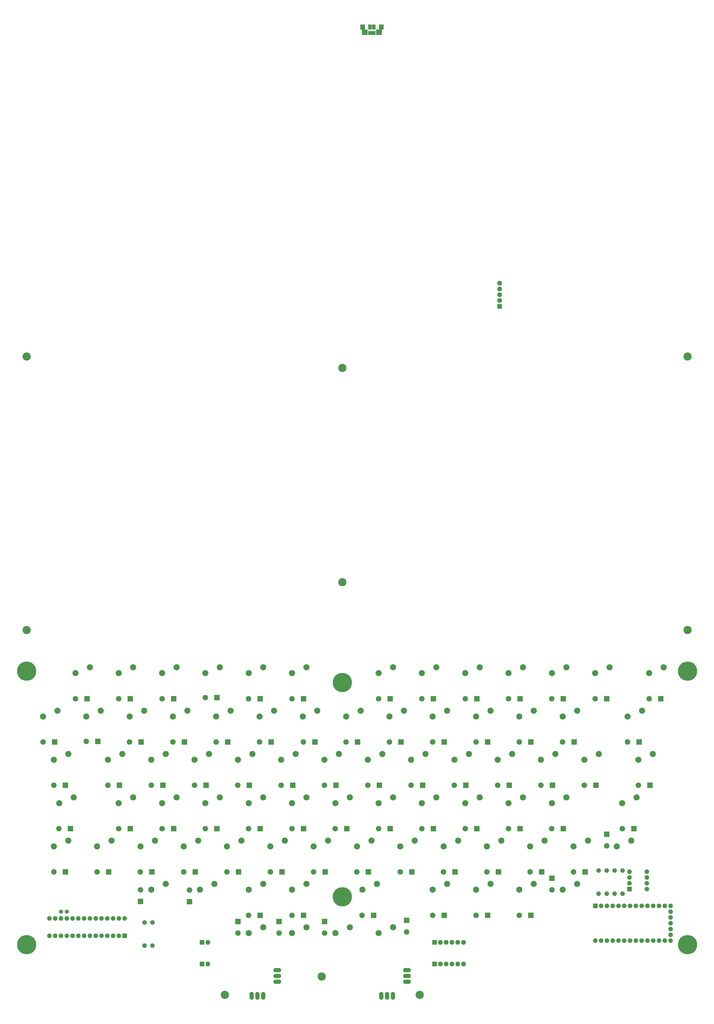
<source format=gts>
G04 #@! TF.GenerationSoftware,KiCad,Pcbnew,(5.0.0-3-g5ebb6b6)*
G04 #@! TF.CreationDate,2018-10-11T23:35:50+09:00*
G04 #@! TF.ProjectId,asceension,61736365656E73696F6E2E6B69636164,1*
G04 #@! TF.SameCoordinates,PXfde07cc8PYa7cf40c*
G04 #@! TF.FileFunction,Soldermask,Top*
G04 #@! TF.FilePolarity,Negative*
%FSLAX46Y46*%
G04 Gerber Fmt 4.6, Leading zero omitted, Abs format (unit mm)*
G04 Created by KiCad (PCBNEW (5.0.0-3-g5ebb6b6)) date Thursday, October 11, 2018 at 11:35:50 PM*
%MOMM*%
%LPD*%
G01*
G04 APERTURE LIST*
%ADD10R,2.000000X2.300000*%
%ADD11R,1.600000X2.300000*%
%ADD12R,2.500000X2.400000*%
%ADD13R,0.785000X1.750000*%
%ADD14O,3.400000X1.900000*%
%ADD15O,1.900000X3.400000*%
%ADD16C,8.400000*%
%ADD17C,3.600000*%
%ADD18R,2.000000X2.000000*%
%ADD19O,2.000000X2.000000*%
%ADD20C,2.686000*%
%ADD21C,2.000000*%
%ADD22C,1.800000*%
%ADD23R,2.100000X2.100000*%
%ADD24O,2.100000X2.100000*%
%ADD25R,2.400000X2.400000*%
%ADD26O,2.400000X2.400000*%
G04 APERTURE END LIST*
D10*
G04 #@! TO.C,J6*
X160900000Y438550000D03*
D11*
X164150000Y438550000D03*
X165850000Y438550000D03*
D10*
X169100000Y438550000D03*
D12*
X168100000Y436200000D03*
X161900000Y436200000D03*
D13*
X166300000Y435875000D03*
X165650000Y435875000D03*
X165000000Y435875000D03*
X164350000Y435875000D03*
X163700000Y435875000D03*
G04 #@! TD*
D14*
G04 #@! TO.C,JPAD2*
X180400000Y24840000D03*
X180400000Y22300000D03*
X180400000Y19760000D03*
D15*
X174240000Y13600000D03*
X171700000Y13600000D03*
X169160000Y13600000D03*
G04 #@! TD*
D16*
G04 #@! TO.C,MH*
X13500000Y36000000D03*
G04 #@! TD*
D17*
G04 #@! TO.C,MH*
X303500000Y294000000D03*
G04 #@! TD*
G04 #@! TO.C,MH*
X152000000Y195000000D03*
G04 #@! TD*
G04 #@! TO.C,MH*
X152000000Y289000000D03*
G04 #@! TD*
G04 #@! TO.C,MH*
X13500000Y174000000D03*
G04 #@! TD*
G04 #@! TO.C,MH*
X13500000Y294000000D03*
G04 #@! TD*
G04 #@! TO.C,MH*
X303500000Y174000000D03*
G04 #@! TD*
D16*
G04 #@! TO.C,MH*
X152000000Y57000000D03*
G04 #@! TD*
G04 #@! TO.C,MH*
X152000000Y151000000D03*
G04 #@! TD*
G04 #@! TO.C,MH*
X303500000Y156000000D03*
G04 #@! TD*
G04 #@! TO.C,MH*
X13500000Y156000000D03*
G04 #@! TD*
D17*
G04 #@! TO.C,H13*
X143000000Y22000000D03*
G04 #@! TD*
G04 #@! TO.C,H14*
X186000000Y14000000D03*
G04 #@! TD*
G04 #@! TO.C,H12*
X100500000Y14000000D03*
G04 #@! TD*
D18*
G04 #@! TO.C,U1*
X262999640Y53021100D03*
D19*
X296019640Y37781100D03*
X265539640Y53021100D03*
X293479640Y37781100D03*
X268079640Y53021100D03*
X290939640Y37781100D03*
X270619640Y53021100D03*
X288399640Y37781100D03*
X273159640Y53021100D03*
X285859640Y37781100D03*
X275699640Y53021100D03*
X283319640Y37781100D03*
X278239640Y53021100D03*
X280779640Y37781100D03*
X280779640Y53021100D03*
X278239640Y37781100D03*
X283319640Y53021100D03*
X275699640Y37781100D03*
X285859640Y53021100D03*
X273159640Y37781100D03*
X288399640Y53021100D03*
X270619640Y37781100D03*
X290939640Y53021100D03*
X268079640Y37781100D03*
X293479640Y53021100D03*
X265539640Y37781100D03*
X296019640Y53021100D03*
X262999640Y37781100D03*
X296019640Y50481100D03*
X296019640Y47941100D03*
X296019640Y45401100D03*
X296019640Y42861100D03*
X296019640Y40321100D03*
G04 #@! TD*
D20*
G04 #@! TO.C,SW55*
X167174640Y62631100D03*
X160824640Y60091100D03*
G04 #@! TD*
G04 #@! TO.C,SW34*
X95924640Y62631100D03*
X89574640Y60091100D03*
G04 #@! TD*
G04 #@! TO.C,SW93*
X283549640Y138631100D03*
X277199640Y136091100D03*
G04 #@! TD*
G04 #@! TO.C,SW94*
X288299640Y119631100D03*
X281949640Y117091100D03*
G04 #@! TD*
G04 #@! TO.C,SW4*
X34174640Y100631100D03*
X27824640Y98091100D03*
G04 #@! TD*
G04 #@! TO.C,SW3*
X31799640Y119631100D03*
X25449640Y117091100D03*
G04 #@! TD*
D18*
G04 #@! TO.C,U2*
X56509640Y39901100D03*
D19*
X23489640Y47521100D03*
X53969640Y39901100D03*
X26029640Y47521100D03*
X51429640Y39901100D03*
X28569640Y47521100D03*
X48889640Y39901100D03*
X31109640Y47521100D03*
X46349640Y39901100D03*
X33649640Y47521100D03*
X43809640Y39901100D03*
X36189640Y47521100D03*
X41269640Y39901100D03*
X38729640Y47521100D03*
X38729640Y39901100D03*
X41269640Y47521100D03*
X36189640Y39901100D03*
X43809640Y47521100D03*
X33649640Y39901100D03*
X46349640Y47521100D03*
X31109640Y39901100D03*
X48889640Y47521100D03*
X28569640Y39901100D03*
X51429640Y47521100D03*
X26029640Y39901100D03*
X53969640Y47521100D03*
X23489640Y39901100D03*
X56509640Y47521100D03*
G04 #@! TD*
D21*
G04 #@! TO.C,R6*
X68750000Y45750000D03*
D19*
X68750000Y35590000D03*
G04 #@! TD*
D21*
G04 #@! TO.C,R5*
X65250000Y45750000D03*
D19*
X65250000Y35590000D03*
G04 #@! TD*
D21*
G04 #@! TO.C,R4*
X271500000Y68500000D03*
D19*
X271500000Y58340000D03*
G04 #@! TD*
D21*
G04 #@! TO.C,R3*
X264500000Y68500000D03*
D19*
X264500000Y58340000D03*
G04 #@! TD*
D21*
G04 #@! TO.C,R2*
X275000000Y68500000D03*
D19*
X275000000Y58340000D03*
G04 #@! TD*
D21*
G04 #@! TO.C,R1*
X268000000Y68500000D03*
D19*
X268000000Y58340000D03*
G04 #@! TD*
D14*
G04 #@! TO.C,JPAD1*
X123500000Y24840000D03*
X123500000Y22300000D03*
X123500000Y19760000D03*
D15*
X117340000Y13600000D03*
X114800000Y13600000D03*
X112260000Y13600000D03*
G04 #@! TD*
D18*
G04 #@! TO.C,DSW1*
X278050000Y60400000D03*
D19*
X285670000Y68020000D03*
X278050000Y62940000D03*
X285670000Y65480000D03*
X278050000Y65480000D03*
X285670000Y62940000D03*
X278050000Y68020000D03*
X285670000Y60400000D03*
G04 #@! TD*
D20*
G04 #@! TO.C,SW88*
X281174640Y100631100D03*
X274824640Y98091100D03*
G04 #@! TD*
G04 #@! TO.C,SW82*
X240799640Y81631100D03*
X234449640Y79091100D03*
G04 #@! TD*
G04 #@! TO.C,SW2*
X27049640Y138631100D03*
X20699640Y136091100D03*
G04 #@! TD*
G04 #@! TO.C,SW5*
X31799640Y81631100D03*
X25449640Y79091100D03*
G04 #@! TD*
G04 #@! TO.C,SW8*
X41299640Y157631100D03*
X34949640Y155091100D03*
G04 #@! TD*
G04 #@! TO.C,SW9*
X46049640Y138631100D03*
X39699640Y136091100D03*
G04 #@! TD*
G04 #@! TO.C,SW10*
X55549640Y119631100D03*
X49199640Y117091100D03*
G04 #@! TD*
G04 #@! TO.C,SW11*
X60299640Y100631100D03*
X53949640Y98091100D03*
G04 #@! TD*
G04 #@! TO.C,SW12*
X50799640Y81631100D03*
X44449640Y79091100D03*
G04 #@! TD*
G04 #@! TO.C,SW15*
X60299640Y157631100D03*
X53949640Y155091100D03*
G04 #@! TD*
G04 #@! TO.C,SW16*
X65049640Y138631100D03*
X58699640Y136091100D03*
G04 #@! TD*
G04 #@! TO.C,SW17*
X74549640Y119631100D03*
X68199640Y117091100D03*
G04 #@! TD*
G04 #@! TO.C,SW18*
X79299640Y100631100D03*
X72949640Y98091100D03*
G04 #@! TD*
G04 #@! TO.C,SW19*
X69799640Y81631100D03*
X63449640Y79091100D03*
G04 #@! TD*
G04 #@! TO.C,SW22*
X79299640Y157631100D03*
X72949640Y155091100D03*
G04 #@! TD*
G04 #@! TO.C,SW23*
X84049640Y138631100D03*
X77699640Y136091100D03*
G04 #@! TD*
G04 #@! TO.C,SW24*
X93549640Y119631100D03*
X87199640Y117091100D03*
G04 #@! TD*
G04 #@! TO.C,SW25*
X98299640Y100631100D03*
X91949640Y98091100D03*
G04 #@! TD*
G04 #@! TO.C,SW26*
X88799640Y81631100D03*
X82449640Y79091100D03*
G04 #@! TD*
G04 #@! TO.C,SW27*
X74549640Y62631100D03*
X68199640Y60091100D03*
G04 #@! TD*
G04 #@! TO.C,SW29*
X98299640Y157631100D03*
X91949640Y155091100D03*
G04 #@! TD*
G04 #@! TO.C,SW30*
X103049640Y138631100D03*
X96699640Y136091100D03*
G04 #@! TD*
G04 #@! TO.C,SW31*
X112549640Y119631100D03*
X106199640Y117091100D03*
G04 #@! TD*
G04 #@! TO.C,SW32*
X117299640Y100631100D03*
X110949640Y98091100D03*
G04 #@! TD*
G04 #@! TO.C,SW33*
X107799640Y81631100D03*
X101449640Y79091100D03*
G04 #@! TD*
G04 #@! TO.C,SW36*
X117299640Y157631100D03*
X110949640Y155091100D03*
G04 #@! TD*
G04 #@! TO.C,SW37*
X122049640Y138631100D03*
X115699640Y136091100D03*
G04 #@! TD*
G04 #@! TO.C,SW38*
X131549640Y119631100D03*
X125199640Y117091100D03*
G04 #@! TD*
G04 #@! TO.C,SW39*
X136299640Y100631100D03*
X129949640Y98091100D03*
G04 #@! TD*
G04 #@! TO.C,SW40*
X126799640Y81631100D03*
X120449640Y79091100D03*
G04 #@! TD*
G04 #@! TO.C,SW41*
X117299640Y62631100D03*
X110949640Y60091100D03*
G04 #@! TD*
G04 #@! TO.C,SW42*
X117299640Y43631100D03*
X110949640Y41091100D03*
G04 #@! TD*
G04 #@! TO.C,SW43*
X136299640Y157631100D03*
X129949640Y155091100D03*
G04 #@! TD*
G04 #@! TO.C,SW44*
X141049640Y138631100D03*
X134699640Y136091100D03*
G04 #@! TD*
G04 #@! TO.C,SW45*
X150549640Y119631100D03*
X144199640Y117091100D03*
G04 #@! TD*
G04 #@! TO.C,SW46*
X155299640Y100631100D03*
X148949640Y98091100D03*
G04 #@! TD*
G04 #@! TO.C,SW47*
X145799640Y81631100D03*
X139449640Y79091100D03*
G04 #@! TD*
G04 #@! TO.C,SW48*
X136299640Y62631100D03*
X129949640Y60091100D03*
G04 #@! TD*
G04 #@! TO.C,SW49*
X136299640Y43631100D03*
X129949640Y41091100D03*
G04 #@! TD*
G04 #@! TO.C,SW50*
X174299640Y157631100D03*
X167949640Y155091100D03*
G04 #@! TD*
G04 #@! TO.C,SW51*
X160049640Y138631100D03*
X153699640Y136091100D03*
G04 #@! TD*
G04 #@! TO.C,SW52*
X169549640Y119631100D03*
X163199640Y117091100D03*
G04 #@! TD*
G04 #@! TO.C,SW53*
X174299640Y100631100D03*
X167949640Y98091100D03*
G04 #@! TD*
G04 #@! TO.C,SW54*
X164799640Y81631100D03*
X158449640Y79091100D03*
G04 #@! TD*
G04 #@! TO.C,SW56*
X155299640Y43631100D03*
X148949640Y41091100D03*
G04 #@! TD*
G04 #@! TO.C,SW57*
X193299640Y157631100D03*
X186949640Y155091100D03*
G04 #@! TD*
G04 #@! TO.C,SW58*
X179049640Y138631100D03*
X172699640Y136091100D03*
G04 #@! TD*
G04 #@! TO.C,SW59*
X188549640Y119631100D03*
X182199640Y117091100D03*
G04 #@! TD*
G04 #@! TO.C,SW60*
X193299640Y100631100D03*
X186949640Y98091100D03*
G04 #@! TD*
G04 #@! TO.C,SW61*
X183799640Y81631100D03*
X177449640Y79091100D03*
G04 #@! TD*
G04 #@! TO.C,SW62*
X198049640Y62631100D03*
X191699640Y60091100D03*
G04 #@! TD*
G04 #@! TO.C,SW63*
X174299640Y43631100D03*
X167949640Y41091100D03*
G04 #@! TD*
G04 #@! TO.C,SW64*
X212299640Y157631100D03*
X205949640Y155091100D03*
G04 #@! TD*
G04 #@! TO.C,SW65*
X198049640Y138631100D03*
X191699640Y136091100D03*
G04 #@! TD*
G04 #@! TO.C,SW66*
X207549640Y119631100D03*
X201199640Y117091100D03*
G04 #@! TD*
G04 #@! TO.C,SW67*
X212299640Y100631100D03*
X205949640Y98091100D03*
G04 #@! TD*
G04 #@! TO.C,SW68*
X202799640Y81631100D03*
X196449640Y79091100D03*
G04 #@! TD*
G04 #@! TO.C,SW69*
X217049640Y62631100D03*
X210699640Y60091100D03*
G04 #@! TD*
G04 #@! TO.C,SW71*
X231299640Y157631100D03*
X224949640Y155091100D03*
G04 #@! TD*
G04 #@! TO.C,SW72*
X217049640Y138631100D03*
X210699640Y136091100D03*
G04 #@! TD*
G04 #@! TO.C,SW73*
X226549640Y119631100D03*
X220199640Y117091100D03*
G04 #@! TD*
G04 #@! TO.C,SW74*
X231299640Y100631100D03*
X224949640Y98091100D03*
G04 #@! TD*
G04 #@! TO.C,SW75*
X221799640Y81631100D03*
X215449640Y79091100D03*
G04 #@! TD*
G04 #@! TO.C,SW76*
X236049640Y62631100D03*
X229699640Y60091100D03*
G04 #@! TD*
G04 #@! TO.C,SW78*
X250299640Y157631100D03*
X243949640Y155091100D03*
G04 #@! TD*
G04 #@! TO.C,SW79*
X236049640Y138631100D03*
X229699640Y136091100D03*
G04 #@! TD*
G04 #@! TO.C,SW80*
X245549640Y119631100D03*
X239199640Y117091100D03*
G04 #@! TD*
G04 #@! TO.C,SW81*
X250299640Y100631100D03*
X243949640Y98091100D03*
G04 #@! TD*
G04 #@! TO.C,SW83*
X255049640Y62631100D03*
X248699640Y60091100D03*
G04 #@! TD*
G04 #@! TO.C,SW85*
X269299640Y157631100D03*
X262949640Y155091100D03*
G04 #@! TD*
G04 #@! TO.C,SW86*
X255049640Y138631100D03*
X248699640Y136091100D03*
G04 #@! TD*
G04 #@! TO.C,SW87*
X264549640Y119631100D03*
X258199640Y117091100D03*
G04 #@! TD*
G04 #@! TO.C,SW89*
X259799640Y81631100D03*
X253449640Y79091100D03*
G04 #@! TD*
G04 #@! TO.C,SW92*
X293049640Y157631100D03*
X286699640Y155091100D03*
G04 #@! TD*
G04 #@! TO.C,SW96*
X278799640Y81631100D03*
X272449640Y79091100D03*
G04 #@! TD*
D22*
G04 #@! TO.C,C1*
X31100000Y50500000D03*
X28600000Y50500000D03*
G04 #@! TD*
D23*
G04 #@! TO.C,J1*
X192500000Y27500000D03*
D24*
X195040000Y27500000D03*
X197580000Y27500000D03*
X200120000Y27500000D03*
X202660000Y27500000D03*
X205200000Y27500000D03*
G04 #@! TD*
D23*
G04 #@! TO.C,J2*
X192500000Y37000000D03*
D24*
X195040000Y37000000D03*
X197580000Y37000000D03*
X200120000Y37000000D03*
X202660000Y37000000D03*
X205200000Y37000000D03*
G04 #@! TD*
D23*
G04 #@! TO.C,J3*
X90500000Y27500000D03*
D24*
X93040000Y27500000D03*
G04 #@! TD*
D23*
G04 #@! TO.C,J4*
X90500000Y37000000D03*
D24*
X93040000Y37000000D03*
G04 #@! TD*
D25*
G04 #@! TO.C,D2*
X25759640Y124901100D03*
D26*
X20679640Y124901100D03*
G04 #@! TD*
D25*
G04 #@! TO.C,D3*
X30509640Y105901100D03*
D26*
X25429640Y105901100D03*
G04 #@! TD*
D25*
G04 #@! TO.C,D4*
X32759640Y86901100D03*
D26*
X27679640Y86901100D03*
G04 #@! TD*
D25*
G04 #@! TO.C,D5*
X30509640Y67901100D03*
D26*
X25429640Y67901100D03*
G04 #@! TD*
D25*
G04 #@! TO.C,D9*
X44759640Y125151100D03*
D26*
X39679640Y125151100D03*
G04 #@! TD*
D25*
G04 #@! TO.C,D10*
X54259640Y105901100D03*
D26*
X49179640Y105901100D03*
G04 #@! TD*
D25*
G04 #@! TO.C,D11*
X59009640Y86901100D03*
D26*
X53929640Y86901100D03*
G04 #@! TD*
D25*
G04 #@! TO.C,D12*
X49509640Y67901100D03*
D26*
X44429640Y67901100D03*
G04 #@! TD*
D25*
G04 #@! TO.C,D15*
X59009640Y143901100D03*
D26*
X53929640Y143901100D03*
G04 #@! TD*
D25*
G04 #@! TO.C,D16*
X63759640Y124901100D03*
D26*
X58679640Y124901100D03*
G04 #@! TD*
D25*
G04 #@! TO.C,D17*
X73259640Y105901100D03*
D26*
X68179640Y105901100D03*
G04 #@! TD*
D25*
G04 #@! TO.C,D18*
X78009640Y86901100D03*
D26*
X72929640Y86901100D03*
G04 #@! TD*
D25*
G04 #@! TO.C,D19*
X68509640Y67901100D03*
D26*
X63429640Y67901100D03*
G04 #@! TD*
D25*
G04 #@! TO.C,D22*
X78009640Y143901100D03*
D26*
X72929640Y143901100D03*
G04 #@! TD*
D25*
G04 #@! TO.C,D23*
X82759640Y124901100D03*
D26*
X77679640Y124901100D03*
G04 #@! TD*
D25*
G04 #@! TO.C,D24*
X92259640Y105901100D03*
D26*
X87179640Y105901100D03*
G04 #@! TD*
D25*
G04 #@! TO.C,D25*
X97009640Y86901100D03*
D26*
X91929640Y86901100D03*
G04 #@! TD*
D25*
G04 #@! TO.C,D26*
X87509640Y67901100D03*
D26*
X82429640Y67901100D03*
G04 #@! TD*
D25*
G04 #@! TO.C,D27*
X63500000Y55000000D03*
D26*
X63500000Y60080000D03*
G04 #@! TD*
D25*
G04 #@! TO.C,D29*
X97009640Y144401100D03*
D26*
X91929640Y144401100D03*
G04 #@! TD*
D25*
G04 #@! TO.C,D30*
X101759640Y124901100D03*
D26*
X96679640Y124901100D03*
G04 #@! TD*
D25*
G04 #@! TO.C,D31*
X111259640Y105901100D03*
D26*
X106179640Y105901100D03*
G04 #@! TD*
D25*
G04 #@! TO.C,D32*
X116009640Y86901100D03*
D26*
X110929640Y86901100D03*
G04 #@! TD*
D25*
G04 #@! TO.C,D33*
X106509640Y67901100D03*
D26*
X101429640Y67901100D03*
G04 #@! TD*
D25*
G04 #@! TO.C,D34*
X85009640Y54901100D03*
D26*
X85009640Y59981100D03*
G04 #@! TD*
D25*
G04 #@! TO.C,D36*
X116009640Y143901100D03*
D26*
X110929640Y143901100D03*
G04 #@! TD*
D25*
G04 #@! TO.C,D37*
X120759640Y124901100D03*
D26*
X115679640Y124901100D03*
G04 #@! TD*
D25*
G04 #@! TO.C,D38*
X130259640Y105901100D03*
D26*
X125179640Y105901100D03*
G04 #@! TD*
D25*
G04 #@! TO.C,D39*
X135009640Y86901100D03*
D26*
X129929640Y86901100D03*
G04 #@! TD*
D25*
G04 #@! TO.C,D40*
X125509640Y67901100D03*
D26*
X120429640Y67901100D03*
G04 #@! TD*
D25*
G04 #@! TO.C,D41*
X116009640Y48901100D03*
D26*
X110929640Y48901100D03*
G04 #@! TD*
D25*
G04 #@! TO.C,D42*
X106259640Y46151100D03*
D26*
X106259640Y41071100D03*
G04 #@! TD*
D25*
G04 #@! TO.C,D43*
X135009640Y143901100D03*
D26*
X129929640Y143901100D03*
G04 #@! TD*
D25*
G04 #@! TO.C,D44*
X140009640Y124901100D03*
D26*
X134929640Y124901100D03*
G04 #@! TD*
D25*
G04 #@! TO.C,D45*
X149259640Y105901100D03*
D26*
X144179640Y105901100D03*
G04 #@! TD*
D25*
G04 #@! TO.C,D46*
X154009640Y86901100D03*
D26*
X148929640Y86901100D03*
G04 #@! TD*
D25*
G04 #@! TO.C,D47*
X144509640Y67901100D03*
D26*
X139429640Y67901100D03*
G04 #@! TD*
D25*
G04 #@! TO.C,D48*
X135009640Y48901100D03*
D26*
X129929640Y48901100D03*
G04 #@! TD*
D25*
G04 #@! TO.C,D49*
X124259640Y46151100D03*
D26*
X124259640Y41071100D03*
G04 #@! TD*
D25*
G04 #@! TO.C,D50*
X173009640Y143901100D03*
D26*
X167929640Y143901100D03*
G04 #@! TD*
D25*
G04 #@! TO.C,D51*
X158759640Y124901100D03*
D26*
X153679640Y124901100D03*
G04 #@! TD*
D25*
G04 #@! TO.C,D52*
X168259640Y105901100D03*
D26*
X163179640Y105901100D03*
G04 #@! TD*
D25*
G04 #@! TO.C,D53*
X173009640Y86901100D03*
D26*
X167929640Y86901100D03*
G04 #@! TD*
D25*
G04 #@! TO.C,D54*
X163509640Y67901100D03*
D26*
X158429640Y67901100D03*
G04 #@! TD*
D25*
G04 #@! TO.C,D55*
X165759640Y48901100D03*
D26*
X160679640Y48901100D03*
G04 #@! TD*
D25*
G04 #@! TO.C,D56*
X144259640Y46151100D03*
D26*
X144259640Y41071100D03*
G04 #@! TD*
D25*
G04 #@! TO.C,D57*
X192009640Y143901100D03*
D26*
X186929640Y143901100D03*
G04 #@! TD*
D25*
G04 #@! TO.C,D58*
X177759640Y124901100D03*
D26*
X172679640Y124901100D03*
G04 #@! TD*
D25*
G04 #@! TO.C,D59*
X187259640Y105901100D03*
D26*
X182179640Y105901100D03*
G04 #@! TD*
D25*
G04 #@! TO.C,D60*
X192009640Y86901100D03*
D26*
X186929640Y86901100D03*
G04 #@! TD*
D25*
G04 #@! TO.C,D61*
X182509640Y67901100D03*
D26*
X177429640Y67901100D03*
G04 #@! TD*
D25*
G04 #@! TO.C,D62*
X196759640Y48901100D03*
D26*
X191679640Y48901100D03*
G04 #@! TD*
D25*
G04 #@! TO.C,D63*
X180259640Y46651100D03*
D26*
X180259640Y41571100D03*
G04 #@! TD*
D25*
G04 #@! TO.C,D64*
X211009640Y143901100D03*
D26*
X205929640Y143901100D03*
G04 #@! TD*
D25*
G04 #@! TO.C,D65*
X196759640Y124901100D03*
D26*
X191679640Y124901100D03*
G04 #@! TD*
D25*
G04 #@! TO.C,D66*
X206259640Y105901100D03*
D26*
X201179640Y105901100D03*
G04 #@! TD*
D25*
G04 #@! TO.C,D67*
X211009640Y86901100D03*
D26*
X205929640Y86901100D03*
G04 #@! TD*
D25*
G04 #@! TO.C,D68*
X201509640Y67901100D03*
D26*
X196429640Y67901100D03*
G04 #@! TD*
D25*
G04 #@! TO.C,D69*
X215759640Y48901100D03*
D26*
X210679640Y48901100D03*
G04 #@! TD*
D25*
G04 #@! TO.C,D71*
X230009640Y143901100D03*
D26*
X224929640Y143901100D03*
G04 #@! TD*
D25*
G04 #@! TO.C,D72*
X215759640Y124901100D03*
D26*
X210679640Y124901100D03*
G04 #@! TD*
D25*
G04 #@! TO.C,D73*
X225259640Y105901100D03*
D26*
X220179640Y105901100D03*
G04 #@! TD*
D25*
G04 #@! TO.C,D74*
X230009640Y86901100D03*
D26*
X224929640Y86901100D03*
G04 #@! TD*
D25*
G04 #@! TO.C,D75*
X220509640Y67901100D03*
D26*
X215429640Y67901100D03*
G04 #@! TD*
D25*
G04 #@! TO.C,D76*
X234759640Y48901100D03*
D26*
X229679640Y48901100D03*
G04 #@! TD*
D25*
G04 #@! TO.C,D78*
X249009640Y143901100D03*
D26*
X243929640Y143901100D03*
G04 #@! TD*
D25*
G04 #@! TO.C,D79*
X234759640Y124901100D03*
D26*
X229679640Y124901100D03*
G04 #@! TD*
D25*
G04 #@! TO.C,D80*
X244259640Y105901100D03*
D26*
X239179640Y105901100D03*
G04 #@! TD*
D25*
G04 #@! TO.C,D81*
X249009640Y86901100D03*
D26*
X243929640Y86901100D03*
G04 #@! TD*
D25*
G04 #@! TO.C,D82*
X239509640Y67901100D03*
D26*
X234429640Y67901100D03*
G04 #@! TD*
D25*
G04 #@! TO.C,D83*
X244009640Y65151100D03*
D26*
X244009640Y60071100D03*
G04 #@! TD*
D25*
G04 #@! TO.C,D85*
X268009640Y143901100D03*
D26*
X262929640Y143901100D03*
G04 #@! TD*
D25*
G04 #@! TO.C,D86*
X253759640Y124901100D03*
D26*
X248679640Y124901100D03*
G04 #@! TD*
D25*
G04 #@! TO.C,D87*
X263259640Y105901100D03*
D26*
X258179640Y105901100D03*
G04 #@! TD*
D25*
G04 #@! TO.C,D88*
X280009640Y86901100D03*
D26*
X274929640Y86901100D03*
G04 #@! TD*
D25*
G04 #@! TO.C,D89*
X258509640Y67901100D03*
D26*
X253429640Y67901100D03*
G04 #@! TD*
D25*
G04 #@! TO.C,D92*
X291759640Y143901100D03*
D26*
X286679640Y143901100D03*
G04 #@! TD*
D25*
G04 #@! TO.C,D93*
X282259640Y124901100D03*
D26*
X277179640Y124901100D03*
G04 #@! TD*
D25*
G04 #@! TO.C,D94*
X287009640Y105901100D03*
D26*
X281929640Y105901100D03*
G04 #@! TD*
D25*
G04 #@! TO.C,D96*
X268009640Y84401100D03*
D26*
X268009640Y79321100D03*
G04 #@! TD*
D25*
G04 #@! TO.C,D8*
X40009640Y143901100D03*
D26*
X34929640Y143901100D03*
G04 #@! TD*
D16*
G04 #@! TO.C,MH*
X303500000Y36000000D03*
G04 #@! TD*
D23*
G04 #@! TO.C,J5*
X221000000Y316000000D03*
D24*
X221000000Y318540000D03*
X221000000Y321080000D03*
X221000000Y323620000D03*
X221000000Y326160000D03*
G04 #@! TD*
M02*

</source>
